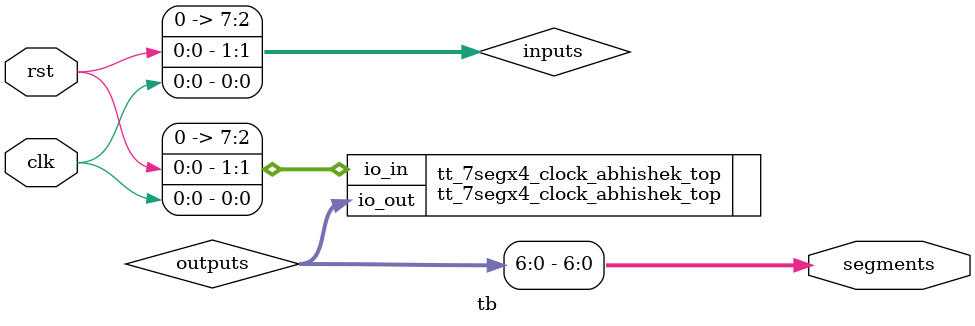
<source format=v>
`default_nettype none
`timescale 1ns/1ps

/*
this testbench just instantiates the module and makes some convenient wires
that can be driven / tested by the cocotb test.py
*/

module tb (
    // testbench is controlled by test.py
    input clk,
    input rst,
    output [6:0] segments
   );

    // this part dumps the trace to a vcd file that can be viewed with GTKWave
    initial begin
        $dumpfile ("tb.vcd");
        $dumpvars (0, tb);
        #1;
    end

    // wire up the inputs and outputs
    wire [7:0] inputs = {6'b0, rst, clk};
    wire [7:0] outputs;
    assign segments = outputs[6:0];

    // instantiate the DUT
    tt_7segx4_clock_abhishek_top tt_7segx4_clock_abhishek_top(
        `ifdef GL_TEST
            .vccd1( 1'b1),
            .vssd1( 1'b0),
        `endif
        .io_in  (inputs),
        .io_out (outputs)
        );

endmodule

</source>
